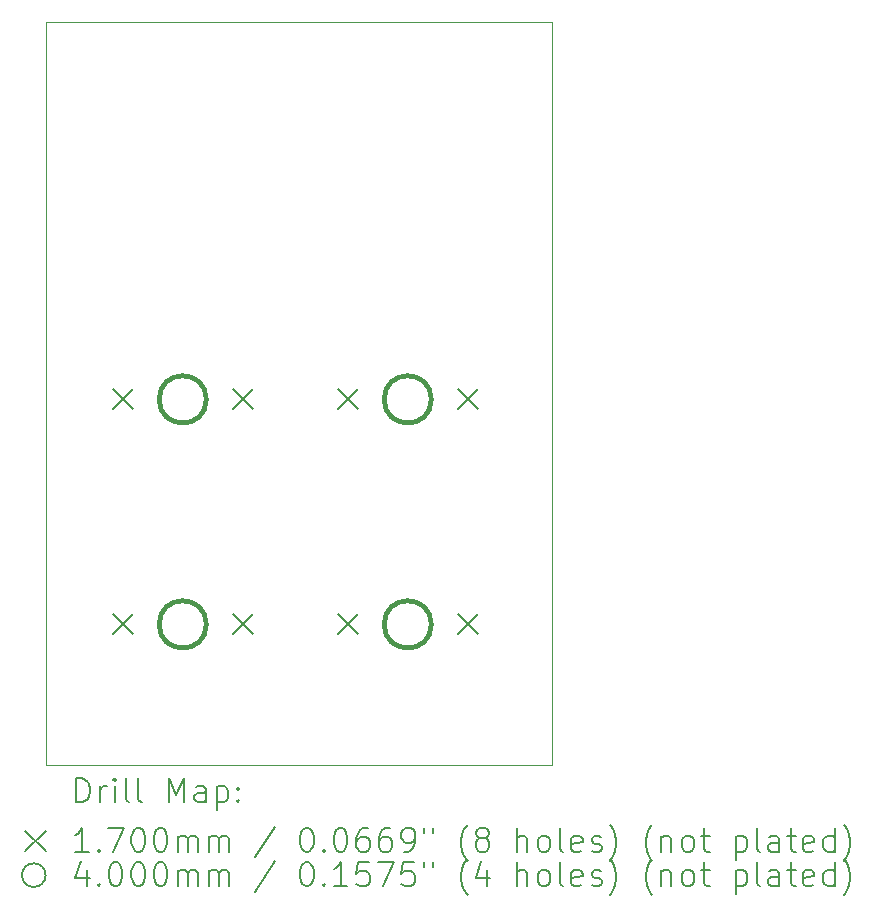
<source format=gbr>
%TF.GenerationSoftware,KiCad,Pcbnew,8.0.7*%
%TF.CreationDate,2025-05-21T00:02:21-04:00*%
%TF.ProjectId,macropad,6d616372-6f70-4616-942e-6b696361645f,rev?*%
%TF.SameCoordinates,Original*%
%TF.FileFunction,Drillmap*%
%TF.FilePolarity,Positive*%
%FSLAX45Y45*%
G04 Gerber Fmt 4.5, Leading zero omitted, Abs format (unit mm)*
G04 Created by KiCad (PCBNEW 8.0.7) date 2025-05-21 00:02:21*
%MOMM*%
%LPD*%
G01*
G04 APERTURE LIST*
%ADD10C,0.050000*%
%ADD11C,0.200000*%
%ADD12C,0.170000*%
%ADD13C,0.400000*%
G04 APERTURE END LIST*
D10*
X17797125Y-9619250D02*
X22083375Y-9619250D01*
X22083375Y-15908625D01*
X17797125Y-15908625D01*
X17797125Y-9619250D01*
D11*
D12*
X18363000Y-12728000D02*
X18533000Y-12898000D01*
X18533000Y-12728000D02*
X18363000Y-12898000D01*
X18363000Y-14633000D02*
X18533000Y-14803000D01*
X18533000Y-14633000D02*
X18363000Y-14803000D01*
X19379000Y-12728000D02*
X19549000Y-12898000D01*
X19549000Y-12728000D02*
X19379000Y-12898000D01*
X19379000Y-14633000D02*
X19549000Y-14803000D01*
X19549000Y-14633000D02*
X19379000Y-14803000D01*
X20268000Y-12728000D02*
X20438000Y-12898000D01*
X20438000Y-12728000D02*
X20268000Y-12898000D01*
X20268000Y-14633000D02*
X20438000Y-14803000D01*
X20438000Y-14633000D02*
X20268000Y-14803000D01*
X21284000Y-12728000D02*
X21454000Y-12898000D01*
X21454000Y-12728000D02*
X21284000Y-12898000D01*
X21284000Y-14633000D02*
X21454000Y-14803000D01*
X21454000Y-14633000D02*
X21284000Y-14803000D01*
D13*
X19156000Y-12813000D02*
G75*
G02*
X18756000Y-12813000I-200000J0D01*
G01*
X18756000Y-12813000D02*
G75*
G02*
X19156000Y-12813000I200000J0D01*
G01*
X19156000Y-14718000D02*
G75*
G02*
X18756000Y-14718000I-200000J0D01*
G01*
X18756000Y-14718000D02*
G75*
G02*
X19156000Y-14718000I200000J0D01*
G01*
X21061000Y-12813000D02*
G75*
G02*
X20661000Y-12813000I-200000J0D01*
G01*
X20661000Y-12813000D02*
G75*
G02*
X21061000Y-12813000I200000J0D01*
G01*
X21061000Y-14718000D02*
G75*
G02*
X20661000Y-14718000I-200000J0D01*
G01*
X20661000Y-14718000D02*
G75*
G02*
X21061000Y-14718000I200000J0D01*
G01*
D11*
X18055402Y-16222609D02*
X18055402Y-16022609D01*
X18055402Y-16022609D02*
X18103021Y-16022609D01*
X18103021Y-16022609D02*
X18131592Y-16032133D01*
X18131592Y-16032133D02*
X18150640Y-16051180D01*
X18150640Y-16051180D02*
X18160164Y-16070228D01*
X18160164Y-16070228D02*
X18169688Y-16108323D01*
X18169688Y-16108323D02*
X18169688Y-16136894D01*
X18169688Y-16136894D02*
X18160164Y-16174990D01*
X18160164Y-16174990D02*
X18150640Y-16194037D01*
X18150640Y-16194037D02*
X18131592Y-16213085D01*
X18131592Y-16213085D02*
X18103021Y-16222609D01*
X18103021Y-16222609D02*
X18055402Y-16222609D01*
X18255402Y-16222609D02*
X18255402Y-16089275D01*
X18255402Y-16127371D02*
X18264926Y-16108323D01*
X18264926Y-16108323D02*
X18274449Y-16098799D01*
X18274449Y-16098799D02*
X18293497Y-16089275D01*
X18293497Y-16089275D02*
X18312545Y-16089275D01*
X18379211Y-16222609D02*
X18379211Y-16089275D01*
X18379211Y-16022609D02*
X18369688Y-16032133D01*
X18369688Y-16032133D02*
X18379211Y-16041656D01*
X18379211Y-16041656D02*
X18388735Y-16032133D01*
X18388735Y-16032133D02*
X18379211Y-16022609D01*
X18379211Y-16022609D02*
X18379211Y-16041656D01*
X18503021Y-16222609D02*
X18483973Y-16213085D01*
X18483973Y-16213085D02*
X18474449Y-16194037D01*
X18474449Y-16194037D02*
X18474449Y-16022609D01*
X18607783Y-16222609D02*
X18588735Y-16213085D01*
X18588735Y-16213085D02*
X18579211Y-16194037D01*
X18579211Y-16194037D02*
X18579211Y-16022609D01*
X18836354Y-16222609D02*
X18836354Y-16022609D01*
X18836354Y-16022609D02*
X18903021Y-16165466D01*
X18903021Y-16165466D02*
X18969688Y-16022609D01*
X18969688Y-16022609D02*
X18969688Y-16222609D01*
X19150640Y-16222609D02*
X19150640Y-16117847D01*
X19150640Y-16117847D02*
X19141116Y-16098799D01*
X19141116Y-16098799D02*
X19122069Y-16089275D01*
X19122069Y-16089275D02*
X19083973Y-16089275D01*
X19083973Y-16089275D02*
X19064926Y-16098799D01*
X19150640Y-16213085D02*
X19131592Y-16222609D01*
X19131592Y-16222609D02*
X19083973Y-16222609D01*
X19083973Y-16222609D02*
X19064926Y-16213085D01*
X19064926Y-16213085D02*
X19055402Y-16194037D01*
X19055402Y-16194037D02*
X19055402Y-16174990D01*
X19055402Y-16174990D02*
X19064926Y-16155942D01*
X19064926Y-16155942D02*
X19083973Y-16146418D01*
X19083973Y-16146418D02*
X19131592Y-16146418D01*
X19131592Y-16146418D02*
X19150640Y-16136894D01*
X19245878Y-16089275D02*
X19245878Y-16289275D01*
X19245878Y-16098799D02*
X19264926Y-16089275D01*
X19264926Y-16089275D02*
X19303021Y-16089275D01*
X19303021Y-16089275D02*
X19322069Y-16098799D01*
X19322069Y-16098799D02*
X19331592Y-16108323D01*
X19331592Y-16108323D02*
X19341116Y-16127371D01*
X19341116Y-16127371D02*
X19341116Y-16184513D01*
X19341116Y-16184513D02*
X19331592Y-16203561D01*
X19331592Y-16203561D02*
X19322069Y-16213085D01*
X19322069Y-16213085D02*
X19303021Y-16222609D01*
X19303021Y-16222609D02*
X19264926Y-16222609D01*
X19264926Y-16222609D02*
X19245878Y-16213085D01*
X19426830Y-16203561D02*
X19436354Y-16213085D01*
X19436354Y-16213085D02*
X19426830Y-16222609D01*
X19426830Y-16222609D02*
X19417307Y-16213085D01*
X19417307Y-16213085D02*
X19426830Y-16203561D01*
X19426830Y-16203561D02*
X19426830Y-16222609D01*
X19426830Y-16098799D02*
X19436354Y-16108323D01*
X19436354Y-16108323D02*
X19426830Y-16117847D01*
X19426830Y-16117847D02*
X19417307Y-16108323D01*
X19417307Y-16108323D02*
X19426830Y-16098799D01*
X19426830Y-16098799D02*
X19426830Y-16117847D01*
D12*
X17624625Y-16466125D02*
X17794625Y-16636125D01*
X17794625Y-16466125D02*
X17624625Y-16636125D01*
D11*
X18160164Y-16642609D02*
X18045878Y-16642609D01*
X18103021Y-16642609D02*
X18103021Y-16442609D01*
X18103021Y-16442609D02*
X18083973Y-16471180D01*
X18083973Y-16471180D02*
X18064926Y-16490228D01*
X18064926Y-16490228D02*
X18045878Y-16499752D01*
X18245878Y-16623561D02*
X18255402Y-16633085D01*
X18255402Y-16633085D02*
X18245878Y-16642609D01*
X18245878Y-16642609D02*
X18236354Y-16633085D01*
X18236354Y-16633085D02*
X18245878Y-16623561D01*
X18245878Y-16623561D02*
X18245878Y-16642609D01*
X18322069Y-16442609D02*
X18455402Y-16442609D01*
X18455402Y-16442609D02*
X18369688Y-16642609D01*
X18569688Y-16442609D02*
X18588735Y-16442609D01*
X18588735Y-16442609D02*
X18607783Y-16452133D01*
X18607783Y-16452133D02*
X18617307Y-16461656D01*
X18617307Y-16461656D02*
X18626830Y-16480704D01*
X18626830Y-16480704D02*
X18636354Y-16518799D01*
X18636354Y-16518799D02*
X18636354Y-16566418D01*
X18636354Y-16566418D02*
X18626830Y-16604513D01*
X18626830Y-16604513D02*
X18617307Y-16623561D01*
X18617307Y-16623561D02*
X18607783Y-16633085D01*
X18607783Y-16633085D02*
X18588735Y-16642609D01*
X18588735Y-16642609D02*
X18569688Y-16642609D01*
X18569688Y-16642609D02*
X18550640Y-16633085D01*
X18550640Y-16633085D02*
X18541116Y-16623561D01*
X18541116Y-16623561D02*
X18531592Y-16604513D01*
X18531592Y-16604513D02*
X18522069Y-16566418D01*
X18522069Y-16566418D02*
X18522069Y-16518799D01*
X18522069Y-16518799D02*
X18531592Y-16480704D01*
X18531592Y-16480704D02*
X18541116Y-16461656D01*
X18541116Y-16461656D02*
X18550640Y-16452133D01*
X18550640Y-16452133D02*
X18569688Y-16442609D01*
X18760164Y-16442609D02*
X18779211Y-16442609D01*
X18779211Y-16442609D02*
X18798259Y-16452133D01*
X18798259Y-16452133D02*
X18807783Y-16461656D01*
X18807783Y-16461656D02*
X18817307Y-16480704D01*
X18817307Y-16480704D02*
X18826830Y-16518799D01*
X18826830Y-16518799D02*
X18826830Y-16566418D01*
X18826830Y-16566418D02*
X18817307Y-16604513D01*
X18817307Y-16604513D02*
X18807783Y-16623561D01*
X18807783Y-16623561D02*
X18798259Y-16633085D01*
X18798259Y-16633085D02*
X18779211Y-16642609D01*
X18779211Y-16642609D02*
X18760164Y-16642609D01*
X18760164Y-16642609D02*
X18741116Y-16633085D01*
X18741116Y-16633085D02*
X18731592Y-16623561D01*
X18731592Y-16623561D02*
X18722069Y-16604513D01*
X18722069Y-16604513D02*
X18712545Y-16566418D01*
X18712545Y-16566418D02*
X18712545Y-16518799D01*
X18712545Y-16518799D02*
X18722069Y-16480704D01*
X18722069Y-16480704D02*
X18731592Y-16461656D01*
X18731592Y-16461656D02*
X18741116Y-16452133D01*
X18741116Y-16452133D02*
X18760164Y-16442609D01*
X18912545Y-16642609D02*
X18912545Y-16509275D01*
X18912545Y-16528323D02*
X18922069Y-16518799D01*
X18922069Y-16518799D02*
X18941116Y-16509275D01*
X18941116Y-16509275D02*
X18969688Y-16509275D01*
X18969688Y-16509275D02*
X18988735Y-16518799D01*
X18988735Y-16518799D02*
X18998259Y-16537847D01*
X18998259Y-16537847D02*
X18998259Y-16642609D01*
X18998259Y-16537847D02*
X19007783Y-16518799D01*
X19007783Y-16518799D02*
X19026830Y-16509275D01*
X19026830Y-16509275D02*
X19055402Y-16509275D01*
X19055402Y-16509275D02*
X19074450Y-16518799D01*
X19074450Y-16518799D02*
X19083973Y-16537847D01*
X19083973Y-16537847D02*
X19083973Y-16642609D01*
X19179211Y-16642609D02*
X19179211Y-16509275D01*
X19179211Y-16528323D02*
X19188735Y-16518799D01*
X19188735Y-16518799D02*
X19207783Y-16509275D01*
X19207783Y-16509275D02*
X19236354Y-16509275D01*
X19236354Y-16509275D02*
X19255402Y-16518799D01*
X19255402Y-16518799D02*
X19264926Y-16537847D01*
X19264926Y-16537847D02*
X19264926Y-16642609D01*
X19264926Y-16537847D02*
X19274450Y-16518799D01*
X19274450Y-16518799D02*
X19293497Y-16509275D01*
X19293497Y-16509275D02*
X19322069Y-16509275D01*
X19322069Y-16509275D02*
X19341116Y-16518799D01*
X19341116Y-16518799D02*
X19350640Y-16537847D01*
X19350640Y-16537847D02*
X19350640Y-16642609D01*
X19741116Y-16433085D02*
X19569688Y-16690228D01*
X19998259Y-16442609D02*
X20017307Y-16442609D01*
X20017307Y-16442609D02*
X20036354Y-16452133D01*
X20036354Y-16452133D02*
X20045878Y-16461656D01*
X20045878Y-16461656D02*
X20055402Y-16480704D01*
X20055402Y-16480704D02*
X20064926Y-16518799D01*
X20064926Y-16518799D02*
X20064926Y-16566418D01*
X20064926Y-16566418D02*
X20055402Y-16604513D01*
X20055402Y-16604513D02*
X20045878Y-16623561D01*
X20045878Y-16623561D02*
X20036354Y-16633085D01*
X20036354Y-16633085D02*
X20017307Y-16642609D01*
X20017307Y-16642609D02*
X19998259Y-16642609D01*
X19998259Y-16642609D02*
X19979212Y-16633085D01*
X19979212Y-16633085D02*
X19969688Y-16623561D01*
X19969688Y-16623561D02*
X19960164Y-16604513D01*
X19960164Y-16604513D02*
X19950640Y-16566418D01*
X19950640Y-16566418D02*
X19950640Y-16518799D01*
X19950640Y-16518799D02*
X19960164Y-16480704D01*
X19960164Y-16480704D02*
X19969688Y-16461656D01*
X19969688Y-16461656D02*
X19979212Y-16452133D01*
X19979212Y-16452133D02*
X19998259Y-16442609D01*
X20150640Y-16623561D02*
X20160164Y-16633085D01*
X20160164Y-16633085D02*
X20150640Y-16642609D01*
X20150640Y-16642609D02*
X20141116Y-16633085D01*
X20141116Y-16633085D02*
X20150640Y-16623561D01*
X20150640Y-16623561D02*
X20150640Y-16642609D01*
X20283973Y-16442609D02*
X20303021Y-16442609D01*
X20303021Y-16442609D02*
X20322069Y-16452133D01*
X20322069Y-16452133D02*
X20331593Y-16461656D01*
X20331593Y-16461656D02*
X20341116Y-16480704D01*
X20341116Y-16480704D02*
X20350640Y-16518799D01*
X20350640Y-16518799D02*
X20350640Y-16566418D01*
X20350640Y-16566418D02*
X20341116Y-16604513D01*
X20341116Y-16604513D02*
X20331593Y-16623561D01*
X20331593Y-16623561D02*
X20322069Y-16633085D01*
X20322069Y-16633085D02*
X20303021Y-16642609D01*
X20303021Y-16642609D02*
X20283973Y-16642609D01*
X20283973Y-16642609D02*
X20264926Y-16633085D01*
X20264926Y-16633085D02*
X20255402Y-16623561D01*
X20255402Y-16623561D02*
X20245878Y-16604513D01*
X20245878Y-16604513D02*
X20236354Y-16566418D01*
X20236354Y-16566418D02*
X20236354Y-16518799D01*
X20236354Y-16518799D02*
X20245878Y-16480704D01*
X20245878Y-16480704D02*
X20255402Y-16461656D01*
X20255402Y-16461656D02*
X20264926Y-16452133D01*
X20264926Y-16452133D02*
X20283973Y-16442609D01*
X20522069Y-16442609D02*
X20483973Y-16442609D01*
X20483973Y-16442609D02*
X20464926Y-16452133D01*
X20464926Y-16452133D02*
X20455402Y-16461656D01*
X20455402Y-16461656D02*
X20436354Y-16490228D01*
X20436354Y-16490228D02*
X20426831Y-16528323D01*
X20426831Y-16528323D02*
X20426831Y-16604513D01*
X20426831Y-16604513D02*
X20436354Y-16623561D01*
X20436354Y-16623561D02*
X20445878Y-16633085D01*
X20445878Y-16633085D02*
X20464926Y-16642609D01*
X20464926Y-16642609D02*
X20503021Y-16642609D01*
X20503021Y-16642609D02*
X20522069Y-16633085D01*
X20522069Y-16633085D02*
X20531593Y-16623561D01*
X20531593Y-16623561D02*
X20541116Y-16604513D01*
X20541116Y-16604513D02*
X20541116Y-16556894D01*
X20541116Y-16556894D02*
X20531593Y-16537847D01*
X20531593Y-16537847D02*
X20522069Y-16528323D01*
X20522069Y-16528323D02*
X20503021Y-16518799D01*
X20503021Y-16518799D02*
X20464926Y-16518799D01*
X20464926Y-16518799D02*
X20445878Y-16528323D01*
X20445878Y-16528323D02*
X20436354Y-16537847D01*
X20436354Y-16537847D02*
X20426831Y-16556894D01*
X20712545Y-16442609D02*
X20674450Y-16442609D01*
X20674450Y-16442609D02*
X20655402Y-16452133D01*
X20655402Y-16452133D02*
X20645878Y-16461656D01*
X20645878Y-16461656D02*
X20626831Y-16490228D01*
X20626831Y-16490228D02*
X20617307Y-16528323D01*
X20617307Y-16528323D02*
X20617307Y-16604513D01*
X20617307Y-16604513D02*
X20626831Y-16623561D01*
X20626831Y-16623561D02*
X20636354Y-16633085D01*
X20636354Y-16633085D02*
X20655402Y-16642609D01*
X20655402Y-16642609D02*
X20693497Y-16642609D01*
X20693497Y-16642609D02*
X20712545Y-16633085D01*
X20712545Y-16633085D02*
X20722069Y-16623561D01*
X20722069Y-16623561D02*
X20731593Y-16604513D01*
X20731593Y-16604513D02*
X20731593Y-16556894D01*
X20731593Y-16556894D02*
X20722069Y-16537847D01*
X20722069Y-16537847D02*
X20712545Y-16528323D01*
X20712545Y-16528323D02*
X20693497Y-16518799D01*
X20693497Y-16518799D02*
X20655402Y-16518799D01*
X20655402Y-16518799D02*
X20636354Y-16528323D01*
X20636354Y-16528323D02*
X20626831Y-16537847D01*
X20626831Y-16537847D02*
X20617307Y-16556894D01*
X20826831Y-16642609D02*
X20864926Y-16642609D01*
X20864926Y-16642609D02*
X20883974Y-16633085D01*
X20883974Y-16633085D02*
X20893497Y-16623561D01*
X20893497Y-16623561D02*
X20912545Y-16594990D01*
X20912545Y-16594990D02*
X20922069Y-16556894D01*
X20922069Y-16556894D02*
X20922069Y-16480704D01*
X20922069Y-16480704D02*
X20912545Y-16461656D01*
X20912545Y-16461656D02*
X20903021Y-16452133D01*
X20903021Y-16452133D02*
X20883974Y-16442609D01*
X20883974Y-16442609D02*
X20845878Y-16442609D01*
X20845878Y-16442609D02*
X20826831Y-16452133D01*
X20826831Y-16452133D02*
X20817307Y-16461656D01*
X20817307Y-16461656D02*
X20807783Y-16480704D01*
X20807783Y-16480704D02*
X20807783Y-16528323D01*
X20807783Y-16528323D02*
X20817307Y-16547371D01*
X20817307Y-16547371D02*
X20826831Y-16556894D01*
X20826831Y-16556894D02*
X20845878Y-16566418D01*
X20845878Y-16566418D02*
X20883974Y-16566418D01*
X20883974Y-16566418D02*
X20903021Y-16556894D01*
X20903021Y-16556894D02*
X20912545Y-16547371D01*
X20912545Y-16547371D02*
X20922069Y-16528323D01*
X20998259Y-16442609D02*
X20998259Y-16480704D01*
X21074450Y-16442609D02*
X21074450Y-16480704D01*
X21369688Y-16718799D02*
X21360164Y-16709275D01*
X21360164Y-16709275D02*
X21341116Y-16680704D01*
X21341116Y-16680704D02*
X21331593Y-16661656D01*
X21331593Y-16661656D02*
X21322069Y-16633085D01*
X21322069Y-16633085D02*
X21312545Y-16585466D01*
X21312545Y-16585466D02*
X21312545Y-16547371D01*
X21312545Y-16547371D02*
X21322069Y-16499752D01*
X21322069Y-16499752D02*
X21331593Y-16471180D01*
X21331593Y-16471180D02*
X21341116Y-16452133D01*
X21341116Y-16452133D02*
X21360164Y-16423561D01*
X21360164Y-16423561D02*
X21369688Y-16414037D01*
X21474450Y-16528323D02*
X21455402Y-16518799D01*
X21455402Y-16518799D02*
X21445878Y-16509275D01*
X21445878Y-16509275D02*
X21436355Y-16490228D01*
X21436355Y-16490228D02*
X21436355Y-16480704D01*
X21436355Y-16480704D02*
X21445878Y-16461656D01*
X21445878Y-16461656D02*
X21455402Y-16452133D01*
X21455402Y-16452133D02*
X21474450Y-16442609D01*
X21474450Y-16442609D02*
X21512545Y-16442609D01*
X21512545Y-16442609D02*
X21531593Y-16452133D01*
X21531593Y-16452133D02*
X21541116Y-16461656D01*
X21541116Y-16461656D02*
X21550640Y-16480704D01*
X21550640Y-16480704D02*
X21550640Y-16490228D01*
X21550640Y-16490228D02*
X21541116Y-16509275D01*
X21541116Y-16509275D02*
X21531593Y-16518799D01*
X21531593Y-16518799D02*
X21512545Y-16528323D01*
X21512545Y-16528323D02*
X21474450Y-16528323D01*
X21474450Y-16528323D02*
X21455402Y-16537847D01*
X21455402Y-16537847D02*
X21445878Y-16547371D01*
X21445878Y-16547371D02*
X21436355Y-16566418D01*
X21436355Y-16566418D02*
X21436355Y-16604513D01*
X21436355Y-16604513D02*
X21445878Y-16623561D01*
X21445878Y-16623561D02*
X21455402Y-16633085D01*
X21455402Y-16633085D02*
X21474450Y-16642609D01*
X21474450Y-16642609D02*
X21512545Y-16642609D01*
X21512545Y-16642609D02*
X21531593Y-16633085D01*
X21531593Y-16633085D02*
X21541116Y-16623561D01*
X21541116Y-16623561D02*
X21550640Y-16604513D01*
X21550640Y-16604513D02*
X21550640Y-16566418D01*
X21550640Y-16566418D02*
X21541116Y-16547371D01*
X21541116Y-16547371D02*
X21531593Y-16537847D01*
X21531593Y-16537847D02*
X21512545Y-16528323D01*
X21788736Y-16642609D02*
X21788736Y-16442609D01*
X21874450Y-16642609D02*
X21874450Y-16537847D01*
X21874450Y-16537847D02*
X21864926Y-16518799D01*
X21864926Y-16518799D02*
X21845878Y-16509275D01*
X21845878Y-16509275D02*
X21817307Y-16509275D01*
X21817307Y-16509275D02*
X21798259Y-16518799D01*
X21798259Y-16518799D02*
X21788736Y-16528323D01*
X21998259Y-16642609D02*
X21979212Y-16633085D01*
X21979212Y-16633085D02*
X21969688Y-16623561D01*
X21969688Y-16623561D02*
X21960164Y-16604513D01*
X21960164Y-16604513D02*
X21960164Y-16547371D01*
X21960164Y-16547371D02*
X21969688Y-16528323D01*
X21969688Y-16528323D02*
X21979212Y-16518799D01*
X21979212Y-16518799D02*
X21998259Y-16509275D01*
X21998259Y-16509275D02*
X22026831Y-16509275D01*
X22026831Y-16509275D02*
X22045878Y-16518799D01*
X22045878Y-16518799D02*
X22055402Y-16528323D01*
X22055402Y-16528323D02*
X22064926Y-16547371D01*
X22064926Y-16547371D02*
X22064926Y-16604513D01*
X22064926Y-16604513D02*
X22055402Y-16623561D01*
X22055402Y-16623561D02*
X22045878Y-16633085D01*
X22045878Y-16633085D02*
X22026831Y-16642609D01*
X22026831Y-16642609D02*
X21998259Y-16642609D01*
X22179212Y-16642609D02*
X22160164Y-16633085D01*
X22160164Y-16633085D02*
X22150640Y-16614037D01*
X22150640Y-16614037D02*
X22150640Y-16442609D01*
X22331593Y-16633085D02*
X22312545Y-16642609D01*
X22312545Y-16642609D02*
X22274450Y-16642609D01*
X22274450Y-16642609D02*
X22255402Y-16633085D01*
X22255402Y-16633085D02*
X22245878Y-16614037D01*
X22245878Y-16614037D02*
X22245878Y-16537847D01*
X22245878Y-16537847D02*
X22255402Y-16518799D01*
X22255402Y-16518799D02*
X22274450Y-16509275D01*
X22274450Y-16509275D02*
X22312545Y-16509275D01*
X22312545Y-16509275D02*
X22331593Y-16518799D01*
X22331593Y-16518799D02*
X22341117Y-16537847D01*
X22341117Y-16537847D02*
X22341117Y-16556894D01*
X22341117Y-16556894D02*
X22245878Y-16575942D01*
X22417307Y-16633085D02*
X22436355Y-16642609D01*
X22436355Y-16642609D02*
X22474450Y-16642609D01*
X22474450Y-16642609D02*
X22493497Y-16633085D01*
X22493497Y-16633085D02*
X22503021Y-16614037D01*
X22503021Y-16614037D02*
X22503021Y-16604513D01*
X22503021Y-16604513D02*
X22493497Y-16585466D01*
X22493497Y-16585466D02*
X22474450Y-16575942D01*
X22474450Y-16575942D02*
X22445878Y-16575942D01*
X22445878Y-16575942D02*
X22426831Y-16566418D01*
X22426831Y-16566418D02*
X22417307Y-16547371D01*
X22417307Y-16547371D02*
X22417307Y-16537847D01*
X22417307Y-16537847D02*
X22426831Y-16518799D01*
X22426831Y-16518799D02*
X22445878Y-16509275D01*
X22445878Y-16509275D02*
X22474450Y-16509275D01*
X22474450Y-16509275D02*
X22493497Y-16518799D01*
X22569688Y-16718799D02*
X22579212Y-16709275D01*
X22579212Y-16709275D02*
X22598259Y-16680704D01*
X22598259Y-16680704D02*
X22607783Y-16661656D01*
X22607783Y-16661656D02*
X22617307Y-16633085D01*
X22617307Y-16633085D02*
X22626831Y-16585466D01*
X22626831Y-16585466D02*
X22626831Y-16547371D01*
X22626831Y-16547371D02*
X22617307Y-16499752D01*
X22617307Y-16499752D02*
X22607783Y-16471180D01*
X22607783Y-16471180D02*
X22598259Y-16452133D01*
X22598259Y-16452133D02*
X22579212Y-16423561D01*
X22579212Y-16423561D02*
X22569688Y-16414037D01*
X22931593Y-16718799D02*
X22922069Y-16709275D01*
X22922069Y-16709275D02*
X22903021Y-16680704D01*
X22903021Y-16680704D02*
X22893497Y-16661656D01*
X22893497Y-16661656D02*
X22883974Y-16633085D01*
X22883974Y-16633085D02*
X22874450Y-16585466D01*
X22874450Y-16585466D02*
X22874450Y-16547371D01*
X22874450Y-16547371D02*
X22883974Y-16499752D01*
X22883974Y-16499752D02*
X22893497Y-16471180D01*
X22893497Y-16471180D02*
X22903021Y-16452133D01*
X22903021Y-16452133D02*
X22922069Y-16423561D01*
X22922069Y-16423561D02*
X22931593Y-16414037D01*
X23007783Y-16509275D02*
X23007783Y-16642609D01*
X23007783Y-16528323D02*
X23017307Y-16518799D01*
X23017307Y-16518799D02*
X23036355Y-16509275D01*
X23036355Y-16509275D02*
X23064926Y-16509275D01*
X23064926Y-16509275D02*
X23083974Y-16518799D01*
X23083974Y-16518799D02*
X23093497Y-16537847D01*
X23093497Y-16537847D02*
X23093497Y-16642609D01*
X23217307Y-16642609D02*
X23198259Y-16633085D01*
X23198259Y-16633085D02*
X23188736Y-16623561D01*
X23188736Y-16623561D02*
X23179212Y-16604513D01*
X23179212Y-16604513D02*
X23179212Y-16547371D01*
X23179212Y-16547371D02*
X23188736Y-16528323D01*
X23188736Y-16528323D02*
X23198259Y-16518799D01*
X23198259Y-16518799D02*
X23217307Y-16509275D01*
X23217307Y-16509275D02*
X23245878Y-16509275D01*
X23245878Y-16509275D02*
X23264926Y-16518799D01*
X23264926Y-16518799D02*
X23274450Y-16528323D01*
X23274450Y-16528323D02*
X23283974Y-16547371D01*
X23283974Y-16547371D02*
X23283974Y-16604513D01*
X23283974Y-16604513D02*
X23274450Y-16623561D01*
X23274450Y-16623561D02*
X23264926Y-16633085D01*
X23264926Y-16633085D02*
X23245878Y-16642609D01*
X23245878Y-16642609D02*
X23217307Y-16642609D01*
X23341117Y-16509275D02*
X23417307Y-16509275D01*
X23369688Y-16442609D02*
X23369688Y-16614037D01*
X23369688Y-16614037D02*
X23379212Y-16633085D01*
X23379212Y-16633085D02*
X23398259Y-16642609D01*
X23398259Y-16642609D02*
X23417307Y-16642609D01*
X23636355Y-16509275D02*
X23636355Y-16709275D01*
X23636355Y-16518799D02*
X23655402Y-16509275D01*
X23655402Y-16509275D02*
X23693498Y-16509275D01*
X23693498Y-16509275D02*
X23712545Y-16518799D01*
X23712545Y-16518799D02*
X23722069Y-16528323D01*
X23722069Y-16528323D02*
X23731593Y-16547371D01*
X23731593Y-16547371D02*
X23731593Y-16604513D01*
X23731593Y-16604513D02*
X23722069Y-16623561D01*
X23722069Y-16623561D02*
X23712545Y-16633085D01*
X23712545Y-16633085D02*
X23693498Y-16642609D01*
X23693498Y-16642609D02*
X23655402Y-16642609D01*
X23655402Y-16642609D02*
X23636355Y-16633085D01*
X23845878Y-16642609D02*
X23826831Y-16633085D01*
X23826831Y-16633085D02*
X23817307Y-16614037D01*
X23817307Y-16614037D02*
X23817307Y-16442609D01*
X24007783Y-16642609D02*
X24007783Y-16537847D01*
X24007783Y-16537847D02*
X23998259Y-16518799D01*
X23998259Y-16518799D02*
X23979212Y-16509275D01*
X23979212Y-16509275D02*
X23941117Y-16509275D01*
X23941117Y-16509275D02*
X23922069Y-16518799D01*
X24007783Y-16633085D02*
X23988736Y-16642609D01*
X23988736Y-16642609D02*
X23941117Y-16642609D01*
X23941117Y-16642609D02*
X23922069Y-16633085D01*
X23922069Y-16633085D02*
X23912545Y-16614037D01*
X23912545Y-16614037D02*
X23912545Y-16594990D01*
X23912545Y-16594990D02*
X23922069Y-16575942D01*
X23922069Y-16575942D02*
X23941117Y-16566418D01*
X23941117Y-16566418D02*
X23988736Y-16566418D01*
X23988736Y-16566418D02*
X24007783Y-16556894D01*
X24074450Y-16509275D02*
X24150640Y-16509275D01*
X24103021Y-16442609D02*
X24103021Y-16614037D01*
X24103021Y-16614037D02*
X24112545Y-16633085D01*
X24112545Y-16633085D02*
X24131593Y-16642609D01*
X24131593Y-16642609D02*
X24150640Y-16642609D01*
X24293498Y-16633085D02*
X24274450Y-16642609D01*
X24274450Y-16642609D02*
X24236355Y-16642609D01*
X24236355Y-16642609D02*
X24217307Y-16633085D01*
X24217307Y-16633085D02*
X24207783Y-16614037D01*
X24207783Y-16614037D02*
X24207783Y-16537847D01*
X24207783Y-16537847D02*
X24217307Y-16518799D01*
X24217307Y-16518799D02*
X24236355Y-16509275D01*
X24236355Y-16509275D02*
X24274450Y-16509275D01*
X24274450Y-16509275D02*
X24293498Y-16518799D01*
X24293498Y-16518799D02*
X24303021Y-16537847D01*
X24303021Y-16537847D02*
X24303021Y-16556894D01*
X24303021Y-16556894D02*
X24207783Y-16575942D01*
X24474450Y-16642609D02*
X24474450Y-16442609D01*
X24474450Y-16633085D02*
X24455402Y-16642609D01*
X24455402Y-16642609D02*
X24417307Y-16642609D01*
X24417307Y-16642609D02*
X24398259Y-16633085D01*
X24398259Y-16633085D02*
X24388736Y-16623561D01*
X24388736Y-16623561D02*
X24379212Y-16604513D01*
X24379212Y-16604513D02*
X24379212Y-16547371D01*
X24379212Y-16547371D02*
X24388736Y-16528323D01*
X24388736Y-16528323D02*
X24398259Y-16518799D01*
X24398259Y-16518799D02*
X24417307Y-16509275D01*
X24417307Y-16509275D02*
X24455402Y-16509275D01*
X24455402Y-16509275D02*
X24474450Y-16518799D01*
X24550640Y-16718799D02*
X24560164Y-16709275D01*
X24560164Y-16709275D02*
X24579212Y-16680704D01*
X24579212Y-16680704D02*
X24588736Y-16661656D01*
X24588736Y-16661656D02*
X24598259Y-16633085D01*
X24598259Y-16633085D02*
X24607783Y-16585466D01*
X24607783Y-16585466D02*
X24607783Y-16547371D01*
X24607783Y-16547371D02*
X24598259Y-16499752D01*
X24598259Y-16499752D02*
X24588736Y-16471180D01*
X24588736Y-16471180D02*
X24579212Y-16452133D01*
X24579212Y-16452133D02*
X24560164Y-16423561D01*
X24560164Y-16423561D02*
X24550640Y-16414037D01*
X17794625Y-16841125D02*
G75*
G02*
X17594625Y-16841125I-100000J0D01*
G01*
X17594625Y-16841125D02*
G75*
G02*
X17794625Y-16841125I100000J0D01*
G01*
X18141116Y-16799275D02*
X18141116Y-16932609D01*
X18093497Y-16723085D02*
X18045878Y-16865942D01*
X18045878Y-16865942D02*
X18169688Y-16865942D01*
X18245878Y-16913561D02*
X18255402Y-16923085D01*
X18255402Y-16923085D02*
X18245878Y-16932609D01*
X18245878Y-16932609D02*
X18236354Y-16923085D01*
X18236354Y-16923085D02*
X18245878Y-16913561D01*
X18245878Y-16913561D02*
X18245878Y-16932609D01*
X18379211Y-16732609D02*
X18398259Y-16732609D01*
X18398259Y-16732609D02*
X18417307Y-16742133D01*
X18417307Y-16742133D02*
X18426830Y-16751656D01*
X18426830Y-16751656D02*
X18436354Y-16770704D01*
X18436354Y-16770704D02*
X18445878Y-16808799D01*
X18445878Y-16808799D02*
X18445878Y-16856418D01*
X18445878Y-16856418D02*
X18436354Y-16894514D01*
X18436354Y-16894514D02*
X18426830Y-16913561D01*
X18426830Y-16913561D02*
X18417307Y-16923085D01*
X18417307Y-16923085D02*
X18398259Y-16932609D01*
X18398259Y-16932609D02*
X18379211Y-16932609D01*
X18379211Y-16932609D02*
X18360164Y-16923085D01*
X18360164Y-16923085D02*
X18350640Y-16913561D01*
X18350640Y-16913561D02*
X18341116Y-16894514D01*
X18341116Y-16894514D02*
X18331592Y-16856418D01*
X18331592Y-16856418D02*
X18331592Y-16808799D01*
X18331592Y-16808799D02*
X18341116Y-16770704D01*
X18341116Y-16770704D02*
X18350640Y-16751656D01*
X18350640Y-16751656D02*
X18360164Y-16742133D01*
X18360164Y-16742133D02*
X18379211Y-16732609D01*
X18569688Y-16732609D02*
X18588735Y-16732609D01*
X18588735Y-16732609D02*
X18607783Y-16742133D01*
X18607783Y-16742133D02*
X18617307Y-16751656D01*
X18617307Y-16751656D02*
X18626830Y-16770704D01*
X18626830Y-16770704D02*
X18636354Y-16808799D01*
X18636354Y-16808799D02*
X18636354Y-16856418D01*
X18636354Y-16856418D02*
X18626830Y-16894514D01*
X18626830Y-16894514D02*
X18617307Y-16913561D01*
X18617307Y-16913561D02*
X18607783Y-16923085D01*
X18607783Y-16923085D02*
X18588735Y-16932609D01*
X18588735Y-16932609D02*
X18569688Y-16932609D01*
X18569688Y-16932609D02*
X18550640Y-16923085D01*
X18550640Y-16923085D02*
X18541116Y-16913561D01*
X18541116Y-16913561D02*
X18531592Y-16894514D01*
X18531592Y-16894514D02*
X18522069Y-16856418D01*
X18522069Y-16856418D02*
X18522069Y-16808799D01*
X18522069Y-16808799D02*
X18531592Y-16770704D01*
X18531592Y-16770704D02*
X18541116Y-16751656D01*
X18541116Y-16751656D02*
X18550640Y-16742133D01*
X18550640Y-16742133D02*
X18569688Y-16732609D01*
X18760164Y-16732609D02*
X18779211Y-16732609D01*
X18779211Y-16732609D02*
X18798259Y-16742133D01*
X18798259Y-16742133D02*
X18807783Y-16751656D01*
X18807783Y-16751656D02*
X18817307Y-16770704D01*
X18817307Y-16770704D02*
X18826830Y-16808799D01*
X18826830Y-16808799D02*
X18826830Y-16856418D01*
X18826830Y-16856418D02*
X18817307Y-16894514D01*
X18817307Y-16894514D02*
X18807783Y-16913561D01*
X18807783Y-16913561D02*
X18798259Y-16923085D01*
X18798259Y-16923085D02*
X18779211Y-16932609D01*
X18779211Y-16932609D02*
X18760164Y-16932609D01*
X18760164Y-16932609D02*
X18741116Y-16923085D01*
X18741116Y-16923085D02*
X18731592Y-16913561D01*
X18731592Y-16913561D02*
X18722069Y-16894514D01*
X18722069Y-16894514D02*
X18712545Y-16856418D01*
X18712545Y-16856418D02*
X18712545Y-16808799D01*
X18712545Y-16808799D02*
X18722069Y-16770704D01*
X18722069Y-16770704D02*
X18731592Y-16751656D01*
X18731592Y-16751656D02*
X18741116Y-16742133D01*
X18741116Y-16742133D02*
X18760164Y-16732609D01*
X18912545Y-16932609D02*
X18912545Y-16799275D01*
X18912545Y-16818323D02*
X18922069Y-16808799D01*
X18922069Y-16808799D02*
X18941116Y-16799275D01*
X18941116Y-16799275D02*
X18969688Y-16799275D01*
X18969688Y-16799275D02*
X18988735Y-16808799D01*
X18988735Y-16808799D02*
X18998259Y-16827847D01*
X18998259Y-16827847D02*
X18998259Y-16932609D01*
X18998259Y-16827847D02*
X19007783Y-16808799D01*
X19007783Y-16808799D02*
X19026830Y-16799275D01*
X19026830Y-16799275D02*
X19055402Y-16799275D01*
X19055402Y-16799275D02*
X19074450Y-16808799D01*
X19074450Y-16808799D02*
X19083973Y-16827847D01*
X19083973Y-16827847D02*
X19083973Y-16932609D01*
X19179211Y-16932609D02*
X19179211Y-16799275D01*
X19179211Y-16818323D02*
X19188735Y-16808799D01*
X19188735Y-16808799D02*
X19207783Y-16799275D01*
X19207783Y-16799275D02*
X19236354Y-16799275D01*
X19236354Y-16799275D02*
X19255402Y-16808799D01*
X19255402Y-16808799D02*
X19264926Y-16827847D01*
X19264926Y-16827847D02*
X19264926Y-16932609D01*
X19264926Y-16827847D02*
X19274450Y-16808799D01*
X19274450Y-16808799D02*
X19293497Y-16799275D01*
X19293497Y-16799275D02*
X19322069Y-16799275D01*
X19322069Y-16799275D02*
X19341116Y-16808799D01*
X19341116Y-16808799D02*
X19350640Y-16827847D01*
X19350640Y-16827847D02*
X19350640Y-16932609D01*
X19741116Y-16723085D02*
X19569688Y-16980228D01*
X19998259Y-16732609D02*
X20017307Y-16732609D01*
X20017307Y-16732609D02*
X20036354Y-16742133D01*
X20036354Y-16742133D02*
X20045878Y-16751656D01*
X20045878Y-16751656D02*
X20055402Y-16770704D01*
X20055402Y-16770704D02*
X20064926Y-16808799D01*
X20064926Y-16808799D02*
X20064926Y-16856418D01*
X20064926Y-16856418D02*
X20055402Y-16894514D01*
X20055402Y-16894514D02*
X20045878Y-16913561D01*
X20045878Y-16913561D02*
X20036354Y-16923085D01*
X20036354Y-16923085D02*
X20017307Y-16932609D01*
X20017307Y-16932609D02*
X19998259Y-16932609D01*
X19998259Y-16932609D02*
X19979212Y-16923085D01*
X19979212Y-16923085D02*
X19969688Y-16913561D01*
X19969688Y-16913561D02*
X19960164Y-16894514D01*
X19960164Y-16894514D02*
X19950640Y-16856418D01*
X19950640Y-16856418D02*
X19950640Y-16808799D01*
X19950640Y-16808799D02*
X19960164Y-16770704D01*
X19960164Y-16770704D02*
X19969688Y-16751656D01*
X19969688Y-16751656D02*
X19979212Y-16742133D01*
X19979212Y-16742133D02*
X19998259Y-16732609D01*
X20150640Y-16913561D02*
X20160164Y-16923085D01*
X20160164Y-16923085D02*
X20150640Y-16932609D01*
X20150640Y-16932609D02*
X20141116Y-16923085D01*
X20141116Y-16923085D02*
X20150640Y-16913561D01*
X20150640Y-16913561D02*
X20150640Y-16932609D01*
X20350640Y-16932609D02*
X20236354Y-16932609D01*
X20293497Y-16932609D02*
X20293497Y-16732609D01*
X20293497Y-16732609D02*
X20274450Y-16761180D01*
X20274450Y-16761180D02*
X20255402Y-16780228D01*
X20255402Y-16780228D02*
X20236354Y-16789752D01*
X20531593Y-16732609D02*
X20436354Y-16732609D01*
X20436354Y-16732609D02*
X20426831Y-16827847D01*
X20426831Y-16827847D02*
X20436354Y-16818323D01*
X20436354Y-16818323D02*
X20455402Y-16808799D01*
X20455402Y-16808799D02*
X20503021Y-16808799D01*
X20503021Y-16808799D02*
X20522069Y-16818323D01*
X20522069Y-16818323D02*
X20531593Y-16827847D01*
X20531593Y-16827847D02*
X20541116Y-16846895D01*
X20541116Y-16846895D02*
X20541116Y-16894514D01*
X20541116Y-16894514D02*
X20531593Y-16913561D01*
X20531593Y-16913561D02*
X20522069Y-16923085D01*
X20522069Y-16923085D02*
X20503021Y-16932609D01*
X20503021Y-16932609D02*
X20455402Y-16932609D01*
X20455402Y-16932609D02*
X20436354Y-16923085D01*
X20436354Y-16923085D02*
X20426831Y-16913561D01*
X20607783Y-16732609D02*
X20741116Y-16732609D01*
X20741116Y-16732609D02*
X20655402Y-16932609D01*
X20912545Y-16732609D02*
X20817307Y-16732609D01*
X20817307Y-16732609D02*
X20807783Y-16827847D01*
X20807783Y-16827847D02*
X20817307Y-16818323D01*
X20817307Y-16818323D02*
X20836354Y-16808799D01*
X20836354Y-16808799D02*
X20883974Y-16808799D01*
X20883974Y-16808799D02*
X20903021Y-16818323D01*
X20903021Y-16818323D02*
X20912545Y-16827847D01*
X20912545Y-16827847D02*
X20922069Y-16846895D01*
X20922069Y-16846895D02*
X20922069Y-16894514D01*
X20922069Y-16894514D02*
X20912545Y-16913561D01*
X20912545Y-16913561D02*
X20903021Y-16923085D01*
X20903021Y-16923085D02*
X20883974Y-16932609D01*
X20883974Y-16932609D02*
X20836354Y-16932609D01*
X20836354Y-16932609D02*
X20817307Y-16923085D01*
X20817307Y-16923085D02*
X20807783Y-16913561D01*
X20998259Y-16732609D02*
X20998259Y-16770704D01*
X21074450Y-16732609D02*
X21074450Y-16770704D01*
X21369688Y-17008799D02*
X21360164Y-16999275D01*
X21360164Y-16999275D02*
X21341116Y-16970704D01*
X21341116Y-16970704D02*
X21331593Y-16951656D01*
X21331593Y-16951656D02*
X21322069Y-16923085D01*
X21322069Y-16923085D02*
X21312545Y-16875466D01*
X21312545Y-16875466D02*
X21312545Y-16837371D01*
X21312545Y-16837371D02*
X21322069Y-16789752D01*
X21322069Y-16789752D02*
X21331593Y-16761180D01*
X21331593Y-16761180D02*
X21341116Y-16742133D01*
X21341116Y-16742133D02*
X21360164Y-16713561D01*
X21360164Y-16713561D02*
X21369688Y-16704037D01*
X21531593Y-16799275D02*
X21531593Y-16932609D01*
X21483974Y-16723085D02*
X21436355Y-16865942D01*
X21436355Y-16865942D02*
X21560164Y-16865942D01*
X21788736Y-16932609D02*
X21788736Y-16732609D01*
X21874450Y-16932609D02*
X21874450Y-16827847D01*
X21874450Y-16827847D02*
X21864926Y-16808799D01*
X21864926Y-16808799D02*
X21845878Y-16799275D01*
X21845878Y-16799275D02*
X21817307Y-16799275D01*
X21817307Y-16799275D02*
X21798259Y-16808799D01*
X21798259Y-16808799D02*
X21788736Y-16818323D01*
X21998259Y-16932609D02*
X21979212Y-16923085D01*
X21979212Y-16923085D02*
X21969688Y-16913561D01*
X21969688Y-16913561D02*
X21960164Y-16894514D01*
X21960164Y-16894514D02*
X21960164Y-16837371D01*
X21960164Y-16837371D02*
X21969688Y-16818323D01*
X21969688Y-16818323D02*
X21979212Y-16808799D01*
X21979212Y-16808799D02*
X21998259Y-16799275D01*
X21998259Y-16799275D02*
X22026831Y-16799275D01*
X22026831Y-16799275D02*
X22045878Y-16808799D01*
X22045878Y-16808799D02*
X22055402Y-16818323D01*
X22055402Y-16818323D02*
X22064926Y-16837371D01*
X22064926Y-16837371D02*
X22064926Y-16894514D01*
X22064926Y-16894514D02*
X22055402Y-16913561D01*
X22055402Y-16913561D02*
X22045878Y-16923085D01*
X22045878Y-16923085D02*
X22026831Y-16932609D01*
X22026831Y-16932609D02*
X21998259Y-16932609D01*
X22179212Y-16932609D02*
X22160164Y-16923085D01*
X22160164Y-16923085D02*
X22150640Y-16904037D01*
X22150640Y-16904037D02*
X22150640Y-16732609D01*
X22331593Y-16923085D02*
X22312545Y-16932609D01*
X22312545Y-16932609D02*
X22274450Y-16932609D01*
X22274450Y-16932609D02*
X22255402Y-16923085D01*
X22255402Y-16923085D02*
X22245878Y-16904037D01*
X22245878Y-16904037D02*
X22245878Y-16827847D01*
X22245878Y-16827847D02*
X22255402Y-16808799D01*
X22255402Y-16808799D02*
X22274450Y-16799275D01*
X22274450Y-16799275D02*
X22312545Y-16799275D01*
X22312545Y-16799275D02*
X22331593Y-16808799D01*
X22331593Y-16808799D02*
X22341117Y-16827847D01*
X22341117Y-16827847D02*
X22341117Y-16846895D01*
X22341117Y-16846895D02*
X22245878Y-16865942D01*
X22417307Y-16923085D02*
X22436355Y-16932609D01*
X22436355Y-16932609D02*
X22474450Y-16932609D01*
X22474450Y-16932609D02*
X22493497Y-16923085D01*
X22493497Y-16923085D02*
X22503021Y-16904037D01*
X22503021Y-16904037D02*
X22503021Y-16894514D01*
X22503021Y-16894514D02*
X22493497Y-16875466D01*
X22493497Y-16875466D02*
X22474450Y-16865942D01*
X22474450Y-16865942D02*
X22445878Y-16865942D01*
X22445878Y-16865942D02*
X22426831Y-16856418D01*
X22426831Y-16856418D02*
X22417307Y-16837371D01*
X22417307Y-16837371D02*
X22417307Y-16827847D01*
X22417307Y-16827847D02*
X22426831Y-16808799D01*
X22426831Y-16808799D02*
X22445878Y-16799275D01*
X22445878Y-16799275D02*
X22474450Y-16799275D01*
X22474450Y-16799275D02*
X22493497Y-16808799D01*
X22569688Y-17008799D02*
X22579212Y-16999275D01*
X22579212Y-16999275D02*
X22598259Y-16970704D01*
X22598259Y-16970704D02*
X22607783Y-16951656D01*
X22607783Y-16951656D02*
X22617307Y-16923085D01*
X22617307Y-16923085D02*
X22626831Y-16875466D01*
X22626831Y-16875466D02*
X22626831Y-16837371D01*
X22626831Y-16837371D02*
X22617307Y-16789752D01*
X22617307Y-16789752D02*
X22607783Y-16761180D01*
X22607783Y-16761180D02*
X22598259Y-16742133D01*
X22598259Y-16742133D02*
X22579212Y-16713561D01*
X22579212Y-16713561D02*
X22569688Y-16704037D01*
X22931593Y-17008799D02*
X22922069Y-16999275D01*
X22922069Y-16999275D02*
X22903021Y-16970704D01*
X22903021Y-16970704D02*
X22893497Y-16951656D01*
X22893497Y-16951656D02*
X22883974Y-16923085D01*
X22883974Y-16923085D02*
X22874450Y-16875466D01*
X22874450Y-16875466D02*
X22874450Y-16837371D01*
X22874450Y-16837371D02*
X22883974Y-16789752D01*
X22883974Y-16789752D02*
X22893497Y-16761180D01*
X22893497Y-16761180D02*
X22903021Y-16742133D01*
X22903021Y-16742133D02*
X22922069Y-16713561D01*
X22922069Y-16713561D02*
X22931593Y-16704037D01*
X23007783Y-16799275D02*
X23007783Y-16932609D01*
X23007783Y-16818323D02*
X23017307Y-16808799D01*
X23017307Y-16808799D02*
X23036355Y-16799275D01*
X23036355Y-16799275D02*
X23064926Y-16799275D01*
X23064926Y-16799275D02*
X23083974Y-16808799D01*
X23083974Y-16808799D02*
X23093497Y-16827847D01*
X23093497Y-16827847D02*
X23093497Y-16932609D01*
X23217307Y-16932609D02*
X23198259Y-16923085D01*
X23198259Y-16923085D02*
X23188736Y-16913561D01*
X23188736Y-16913561D02*
X23179212Y-16894514D01*
X23179212Y-16894514D02*
X23179212Y-16837371D01*
X23179212Y-16837371D02*
X23188736Y-16818323D01*
X23188736Y-16818323D02*
X23198259Y-16808799D01*
X23198259Y-16808799D02*
X23217307Y-16799275D01*
X23217307Y-16799275D02*
X23245878Y-16799275D01*
X23245878Y-16799275D02*
X23264926Y-16808799D01*
X23264926Y-16808799D02*
X23274450Y-16818323D01*
X23274450Y-16818323D02*
X23283974Y-16837371D01*
X23283974Y-16837371D02*
X23283974Y-16894514D01*
X23283974Y-16894514D02*
X23274450Y-16913561D01*
X23274450Y-16913561D02*
X23264926Y-16923085D01*
X23264926Y-16923085D02*
X23245878Y-16932609D01*
X23245878Y-16932609D02*
X23217307Y-16932609D01*
X23341117Y-16799275D02*
X23417307Y-16799275D01*
X23369688Y-16732609D02*
X23369688Y-16904037D01*
X23369688Y-16904037D02*
X23379212Y-16923085D01*
X23379212Y-16923085D02*
X23398259Y-16932609D01*
X23398259Y-16932609D02*
X23417307Y-16932609D01*
X23636355Y-16799275D02*
X23636355Y-16999275D01*
X23636355Y-16808799D02*
X23655402Y-16799275D01*
X23655402Y-16799275D02*
X23693498Y-16799275D01*
X23693498Y-16799275D02*
X23712545Y-16808799D01*
X23712545Y-16808799D02*
X23722069Y-16818323D01*
X23722069Y-16818323D02*
X23731593Y-16837371D01*
X23731593Y-16837371D02*
X23731593Y-16894514D01*
X23731593Y-16894514D02*
X23722069Y-16913561D01*
X23722069Y-16913561D02*
X23712545Y-16923085D01*
X23712545Y-16923085D02*
X23693498Y-16932609D01*
X23693498Y-16932609D02*
X23655402Y-16932609D01*
X23655402Y-16932609D02*
X23636355Y-16923085D01*
X23845878Y-16932609D02*
X23826831Y-16923085D01*
X23826831Y-16923085D02*
X23817307Y-16904037D01*
X23817307Y-16904037D02*
X23817307Y-16732609D01*
X24007783Y-16932609D02*
X24007783Y-16827847D01*
X24007783Y-16827847D02*
X23998259Y-16808799D01*
X23998259Y-16808799D02*
X23979212Y-16799275D01*
X23979212Y-16799275D02*
X23941117Y-16799275D01*
X23941117Y-16799275D02*
X23922069Y-16808799D01*
X24007783Y-16923085D02*
X23988736Y-16932609D01*
X23988736Y-16932609D02*
X23941117Y-16932609D01*
X23941117Y-16932609D02*
X23922069Y-16923085D01*
X23922069Y-16923085D02*
X23912545Y-16904037D01*
X23912545Y-16904037D02*
X23912545Y-16884990D01*
X23912545Y-16884990D02*
X23922069Y-16865942D01*
X23922069Y-16865942D02*
X23941117Y-16856418D01*
X23941117Y-16856418D02*
X23988736Y-16856418D01*
X23988736Y-16856418D02*
X24007783Y-16846895D01*
X24074450Y-16799275D02*
X24150640Y-16799275D01*
X24103021Y-16732609D02*
X24103021Y-16904037D01*
X24103021Y-16904037D02*
X24112545Y-16923085D01*
X24112545Y-16923085D02*
X24131593Y-16932609D01*
X24131593Y-16932609D02*
X24150640Y-16932609D01*
X24293498Y-16923085D02*
X24274450Y-16932609D01*
X24274450Y-16932609D02*
X24236355Y-16932609D01*
X24236355Y-16932609D02*
X24217307Y-16923085D01*
X24217307Y-16923085D02*
X24207783Y-16904037D01*
X24207783Y-16904037D02*
X24207783Y-16827847D01*
X24207783Y-16827847D02*
X24217307Y-16808799D01*
X24217307Y-16808799D02*
X24236355Y-16799275D01*
X24236355Y-16799275D02*
X24274450Y-16799275D01*
X24274450Y-16799275D02*
X24293498Y-16808799D01*
X24293498Y-16808799D02*
X24303021Y-16827847D01*
X24303021Y-16827847D02*
X24303021Y-16846895D01*
X24303021Y-16846895D02*
X24207783Y-16865942D01*
X24474450Y-16932609D02*
X24474450Y-16732609D01*
X24474450Y-16923085D02*
X24455402Y-16932609D01*
X24455402Y-16932609D02*
X24417307Y-16932609D01*
X24417307Y-16932609D02*
X24398259Y-16923085D01*
X24398259Y-16923085D02*
X24388736Y-16913561D01*
X24388736Y-16913561D02*
X24379212Y-16894514D01*
X24379212Y-16894514D02*
X24379212Y-16837371D01*
X24379212Y-16837371D02*
X24388736Y-16818323D01*
X24388736Y-16818323D02*
X24398259Y-16808799D01*
X24398259Y-16808799D02*
X24417307Y-16799275D01*
X24417307Y-16799275D02*
X24455402Y-16799275D01*
X24455402Y-16799275D02*
X24474450Y-16808799D01*
X24550640Y-17008799D02*
X24560164Y-16999275D01*
X24560164Y-16999275D02*
X24579212Y-16970704D01*
X24579212Y-16970704D02*
X24588736Y-16951656D01*
X24588736Y-16951656D02*
X24598259Y-16923085D01*
X24598259Y-16923085D02*
X24607783Y-16875466D01*
X24607783Y-16875466D02*
X24607783Y-16837371D01*
X24607783Y-16837371D02*
X24598259Y-16789752D01*
X24598259Y-16789752D02*
X24588736Y-16761180D01*
X24588736Y-16761180D02*
X24579212Y-16742133D01*
X24579212Y-16742133D02*
X24560164Y-16713561D01*
X24560164Y-16713561D02*
X24550640Y-16704037D01*
M02*

</source>
